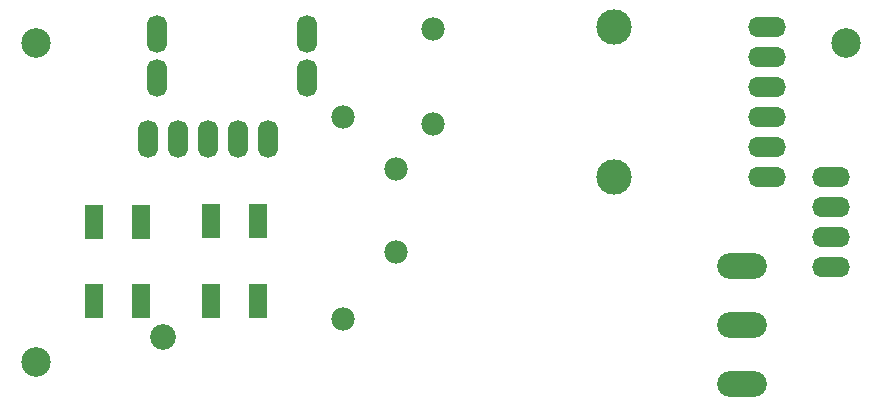
<source format=gbr>
G04 DipTrace 2.3.1.0*
%INBottomMask.gbr*%
%MOIN*%
%ADD25C,0.1181*%
%ADD26C,0.086*%
%ADD27C,0.0984*%
%ADD31C,0.0779*%
%ADD33O,0.1654X0.0866*%
%ADD35O,0.0669X0.126*%
%ADD37O,0.126X0.0669*%
%ADD39O,0.0679X0.126*%
%ADD41R,0.063X0.1161*%
%FSLAX44Y44*%
G04*
G70*
G90*
G75*
G01*
%LNBotMask*%
%LPD*%
D31*
X15437Y14687D3*
Y7937D3*
X17187Y10187D3*
Y12937D3*
X18439Y17626D3*
Y14437D3*
D41*
X7120Y11193D3*
Y8535D3*
X8695Y11193D3*
Y8535D3*
X12598Y8545D3*
Y11203D3*
X11024Y8545D3*
Y11203D3*
D39*
X9215Y15987D3*
X14215D3*
X9215Y17449D3*
X14215D3*
D37*
X31687Y9687D3*
Y10687D3*
Y11687D3*
Y12687D3*
X29572Y17686D3*
Y16686D3*
Y15686D3*
Y14686D3*
Y13686D3*
Y12686D3*
D25*
X24472D3*
Y17686D3*
D35*
X8937Y13937D3*
X9937D3*
X10937D3*
X11937D3*
X12937D3*
D26*
X9437Y7337D3*
D33*
X28744Y9709D3*
Y7740D3*
Y5772D3*
D27*
X5187Y17156D3*
Y6526D3*
X32187Y17156D3*
M02*

</source>
